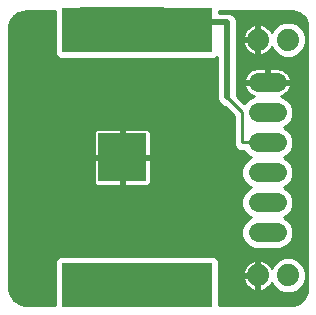
<source format=gbl>
G75*
G70*
%OFA0B0*%
%FSLAX24Y24*%
%IPPOS*%
%LPD*%
%AMOC8*
5,1,8,0,0,1.08239X$1,22.5*
%
%ADD10R,0.5000X0.1500*%
%ADD11C,0.0640*%
%ADD12C,0.0740*%
%ADD13R,0.2000X0.1000*%
%ADD14R,0.1600X0.1600*%
%ADD15C,0.0200*%
%ADD16C,0.0100*%
%ADD17C,0.1000*%
D10*
X005682Y002029D03*
X005682Y010529D03*
D11*
X009702Y008779D02*
X010342Y008779D01*
X010342Y007779D02*
X009702Y007779D01*
X009702Y006779D02*
X010342Y006779D01*
X010342Y005779D02*
X009702Y005779D01*
X009702Y004779D02*
X010342Y004779D01*
X010342Y003779D02*
X009702Y003779D01*
D12*
X009710Y002350D03*
X010710Y002350D03*
X010710Y010209D03*
X009710Y010209D03*
D13*
X005182Y010779D03*
X005182Y001779D03*
D14*
X005182Y006279D03*
D15*
X008682Y008279D02*
X008682Y010779D01*
X006482Y010779D01*
X005182Y010779D01*
D16*
X001476Y001681D02*
X001585Y001532D01*
X001734Y001423D01*
X001910Y001366D01*
X002002Y001359D01*
X002952Y001359D01*
X002952Y002874D01*
X003087Y003009D01*
X008277Y003009D01*
X008412Y002874D01*
X008412Y001359D01*
X010819Y001359D01*
X010902Y001366D01*
X011061Y001417D01*
X011196Y001515D01*
X011294Y001650D01*
X011346Y001809D01*
X011352Y001892D01*
X011352Y010563D01*
X011352Y010618D01*
X011352Y010658D01*
X011346Y010735D01*
X011299Y010881D01*
X011208Y011005D01*
X011084Y011096D01*
X010938Y011143D01*
X010861Y011149D01*
X008412Y011149D01*
X008412Y011109D01*
X008617Y011109D01*
X008748Y011109D01*
X008869Y011059D01*
X008962Y010966D01*
X009012Y010845D01*
X009012Y008345D01*
X009251Y008106D01*
X009391Y008245D01*
X009581Y008324D01*
X009522Y008344D01*
X009456Y008377D01*
X009396Y008421D01*
X009344Y008473D01*
X009300Y008533D01*
X009267Y008599D01*
X009244Y008669D01*
X009234Y008729D01*
X009972Y008729D01*
X009972Y008829D01*
X009234Y008829D01*
X009244Y008889D01*
X009267Y008959D01*
X009300Y009025D01*
X009344Y009085D01*
X009396Y009138D01*
X009456Y009181D01*
X009522Y009215D01*
X009592Y009237D01*
X009665Y009249D01*
X009972Y009249D01*
X009972Y008829D01*
X010072Y008829D01*
X010072Y009249D01*
X010379Y009249D01*
X010452Y009237D01*
X010523Y009215D01*
X010589Y009181D01*
X010648Y009138D01*
X010701Y009085D01*
X010744Y009025D01*
X010778Y008959D01*
X010801Y008889D01*
X010810Y008829D01*
X010072Y008829D01*
X010072Y008729D01*
X010810Y008729D01*
X010801Y008669D01*
X010778Y008599D01*
X010744Y008533D01*
X010701Y008473D01*
X010648Y008421D01*
X010589Y008377D01*
X010523Y008344D01*
X010463Y008324D01*
X010654Y008245D01*
X010808Y008091D01*
X010892Y007888D01*
X010892Y007670D01*
X010808Y007467D01*
X010654Y007313D01*
X010572Y007279D01*
X010654Y007245D01*
X010808Y007091D01*
X010892Y006888D01*
X010892Y006670D01*
X010808Y006467D01*
X010654Y006313D01*
X010572Y006279D01*
X010654Y006245D01*
X010808Y006091D01*
X010892Y005888D01*
X010892Y005670D01*
X010808Y005467D01*
X010654Y005313D01*
X010572Y005279D01*
X010654Y005245D01*
X010808Y005091D01*
X010892Y004888D01*
X010892Y004670D01*
X010808Y004467D01*
X010654Y004313D01*
X010572Y004279D01*
X010654Y004245D01*
X010808Y004091D01*
X010892Y003888D01*
X010892Y003670D01*
X010808Y003467D01*
X010654Y003313D01*
X010452Y003229D01*
X009593Y003229D01*
X009391Y003313D01*
X009236Y003467D01*
X009152Y003670D01*
X009152Y003888D01*
X009236Y004091D01*
X009391Y004245D01*
X009472Y004279D01*
X009391Y004313D01*
X009236Y004467D01*
X009152Y004670D01*
X009152Y004888D01*
X009236Y005091D01*
X009391Y005245D01*
X009472Y005279D01*
X009391Y005313D01*
X009236Y005467D01*
X009152Y005670D01*
X009152Y005888D01*
X009236Y006091D01*
X009391Y006245D01*
X009472Y006279D01*
X005232Y006279D01*
X005232Y006329D02*
X006132Y006329D01*
X006132Y007099D01*
X006122Y007137D01*
X006102Y007171D01*
X006074Y007199D01*
X006040Y007219D01*
X006002Y007229D01*
X005232Y007229D01*
X005232Y006329D01*
X005132Y006329D01*
X005132Y006229D01*
X004232Y006229D01*
X004232Y005459D01*
X004242Y005421D01*
X004262Y005387D01*
X004290Y005359D01*
X004324Y005339D01*
X004362Y005329D01*
X005132Y005329D01*
X005132Y006229D01*
X005232Y006229D01*
X005232Y005329D01*
X006002Y005329D01*
X006040Y005339D01*
X006074Y005359D01*
X006102Y005387D01*
X006122Y005421D01*
X006132Y005459D01*
X006132Y006229D01*
X005232Y006229D01*
X005232Y006329D01*
X005232Y006378D02*
X005132Y006378D01*
X005132Y006329D02*
X005132Y007229D01*
X004362Y007229D01*
X004324Y007219D01*
X004290Y007199D01*
X004262Y007171D01*
X004242Y007137D01*
X004232Y007099D01*
X004232Y006329D01*
X005132Y006329D01*
X005132Y006279D02*
X001412Y006279D01*
X001412Y006181D02*
X004232Y006181D01*
X004232Y006082D02*
X001412Y006082D01*
X001412Y005983D02*
X004232Y005983D01*
X004232Y005885D02*
X001412Y005885D01*
X001412Y005786D02*
X004232Y005786D01*
X004232Y005688D02*
X001412Y005688D01*
X001412Y005589D02*
X004232Y005589D01*
X004232Y005491D02*
X001412Y005491D01*
X001412Y005392D02*
X004259Y005392D01*
X005132Y005392D02*
X005232Y005392D01*
X005232Y005491D02*
X005132Y005491D01*
X005132Y005589D02*
X005232Y005589D01*
X005232Y005688D02*
X005132Y005688D01*
X005132Y005786D02*
X005232Y005786D01*
X005232Y005885D02*
X005132Y005885D01*
X005132Y005983D02*
X005232Y005983D01*
X005232Y006082D02*
X005132Y006082D01*
X005132Y006181D02*
X005232Y006181D01*
X005232Y006476D02*
X005132Y006476D01*
X005132Y006575D02*
X005232Y006575D01*
X005232Y006673D02*
X005132Y006673D01*
X005132Y006772D02*
X005232Y006772D01*
X005232Y006870D02*
X005132Y006870D01*
X005132Y006969D02*
X005232Y006969D01*
X005232Y007067D02*
X005132Y007067D01*
X005132Y007166D02*
X005232Y007166D01*
X006105Y007166D02*
X008902Y007166D01*
X008902Y007264D02*
X001412Y007264D01*
X001412Y007166D02*
X004259Y007166D01*
X004232Y007067D02*
X001412Y007067D01*
X001412Y006969D02*
X004232Y006969D01*
X004232Y006870D02*
X001412Y006870D01*
X001412Y006772D02*
X004232Y006772D01*
X004232Y006673D02*
X001412Y006673D01*
X001412Y006575D02*
X004232Y006575D01*
X004232Y006476D02*
X001412Y006476D01*
X001412Y006378D02*
X004232Y006378D01*
X006132Y006378D02*
X009326Y006378D01*
X009391Y006313D02*
X009236Y006467D01*
X009223Y006499D01*
X009126Y006499D01*
X009024Y006542D01*
X008945Y006620D01*
X008902Y006723D01*
X008902Y006835D01*
X008902Y007663D01*
X008616Y007949D01*
X008495Y007999D01*
X008402Y008092D01*
X008352Y008213D01*
X008352Y009624D01*
X008277Y009549D01*
X003087Y009549D01*
X002952Y009684D01*
X002952Y011149D01*
X002058Y011149D01*
X002031Y011149D01*
X001963Y011149D01*
X001877Y011142D01*
X001713Y011089D01*
X001574Y010988D01*
X001472Y010848D01*
X001419Y010684D01*
X001412Y010598D01*
X001412Y002044D01*
X001412Y002026D01*
X001412Y001949D01*
X001419Y001857D01*
X001476Y001681D01*
X001501Y001648D02*
X002952Y001648D01*
X002952Y001746D02*
X001455Y001746D01*
X001423Y001845D02*
X002952Y001845D01*
X002952Y001943D02*
X001413Y001943D01*
X001412Y002042D02*
X002952Y002042D01*
X002952Y002140D02*
X001412Y002140D01*
X001412Y002239D02*
X002952Y002239D01*
X002952Y002337D02*
X001412Y002337D01*
X001412Y002436D02*
X002952Y002436D01*
X002952Y002534D02*
X001412Y002534D01*
X001412Y002633D02*
X002952Y002633D01*
X002952Y002731D02*
X001412Y002731D01*
X001412Y002830D02*
X002952Y002830D01*
X003006Y002929D02*
X001412Y002929D01*
X001412Y003027D02*
X011352Y003027D01*
X011352Y002929D02*
X010880Y002929D01*
X010829Y002949D02*
X011050Y002858D01*
X011219Y002689D01*
X011310Y002469D01*
X011310Y002230D01*
X011219Y002010D01*
X011050Y001841D01*
X010829Y001750D01*
X010591Y001750D01*
X010370Y001841D01*
X010201Y002010D01*
X010165Y002097D01*
X010155Y002077D01*
X010107Y002011D01*
X010049Y001953D01*
X009983Y001905D01*
X009910Y001868D01*
X009832Y001842D01*
X009760Y001831D01*
X009760Y002299D01*
X009660Y002299D01*
X009660Y001831D01*
X009588Y001842D01*
X009511Y001868D01*
X009438Y001905D01*
X009371Y001953D01*
X009314Y002011D01*
X009265Y002077D01*
X009228Y002150D01*
X009203Y002228D01*
X009192Y002300D01*
X009660Y002300D01*
X009660Y002399D01*
X009192Y002399D01*
X009203Y002471D01*
X009228Y002549D01*
X009265Y002622D01*
X009314Y002688D01*
X009371Y002746D01*
X009438Y002794D01*
X009511Y002831D01*
X009588Y002857D01*
X009660Y002868D01*
X009660Y002400D01*
X009760Y002400D01*
X009760Y002868D01*
X009832Y002857D01*
X009910Y002831D01*
X009983Y002794D01*
X010049Y002746D01*
X010107Y002688D01*
X010155Y002622D01*
X010165Y002602D01*
X010201Y002689D01*
X010370Y002858D01*
X010591Y002949D01*
X010829Y002949D01*
X011078Y002830D02*
X011352Y002830D01*
X011352Y002731D02*
X011177Y002731D01*
X011242Y002633D02*
X011352Y002633D01*
X011352Y002534D02*
X011283Y002534D01*
X011310Y002436D02*
X011352Y002436D01*
X011352Y002337D02*
X011310Y002337D01*
X011310Y002239D02*
X011352Y002239D01*
X011352Y002140D02*
X011273Y002140D01*
X011232Y002042D02*
X011352Y002042D01*
X011352Y001943D02*
X011152Y001943D01*
X011054Y001845D02*
X011348Y001845D01*
X011325Y001746D02*
X008412Y001746D01*
X008412Y001648D02*
X011292Y001648D01*
X011221Y001549D02*
X008412Y001549D01*
X008412Y001450D02*
X011107Y001450D01*
X010367Y001845D02*
X009839Y001845D01*
X009760Y001845D02*
X009660Y001845D01*
X009581Y001845D02*
X008412Y001845D01*
X008412Y001943D02*
X009385Y001943D01*
X009291Y002042D02*
X008412Y002042D01*
X008412Y002140D02*
X009233Y002140D01*
X009201Y002239D02*
X008412Y002239D01*
X008412Y002337D02*
X009660Y002337D01*
X009660Y002239D02*
X009760Y002239D01*
X009760Y002140D02*
X009660Y002140D01*
X009660Y002042D02*
X009760Y002042D01*
X009760Y001943D02*
X009660Y001943D01*
X010036Y001943D02*
X010268Y001943D01*
X010188Y002042D02*
X010129Y002042D01*
X009760Y002436D02*
X009660Y002436D01*
X009660Y002534D02*
X009760Y002534D01*
X009760Y002633D02*
X009660Y002633D01*
X009660Y002731D02*
X009760Y002731D01*
X009760Y002830D02*
X009660Y002830D01*
X009508Y002830D02*
X008412Y002830D01*
X008412Y002731D02*
X009357Y002731D01*
X009273Y002633D02*
X008412Y002633D01*
X008412Y002534D02*
X009224Y002534D01*
X009197Y002436D02*
X008412Y002436D01*
X008358Y002929D02*
X010540Y002929D01*
X010342Y002830D02*
X009912Y002830D01*
X010064Y002731D02*
X010244Y002731D01*
X010178Y002633D02*
X010147Y002633D01*
X010664Y003323D02*
X011352Y003323D01*
X011352Y003421D02*
X010762Y003421D01*
X010830Y003520D02*
X011352Y003520D01*
X011352Y003618D02*
X010871Y003618D01*
X010892Y003717D02*
X011352Y003717D01*
X011352Y003815D02*
X010892Y003815D01*
X010882Y003914D02*
X011352Y003914D01*
X011352Y004013D02*
X010841Y004013D01*
X010788Y004111D02*
X011352Y004111D01*
X011352Y004210D02*
X010689Y004210D01*
X010643Y004308D02*
X011352Y004308D01*
X011352Y004407D02*
X010748Y004407D01*
X010824Y004505D02*
X011352Y004505D01*
X011352Y004604D02*
X010865Y004604D01*
X010892Y004702D02*
X011352Y004702D01*
X011352Y004801D02*
X010892Y004801D01*
X010888Y004899D02*
X011352Y004899D01*
X011352Y004998D02*
X010847Y004998D01*
X010802Y005097D02*
X011352Y005097D01*
X011352Y005195D02*
X010704Y005195D01*
X010607Y005294D02*
X011352Y005294D01*
X011352Y005392D02*
X010733Y005392D01*
X010818Y005491D02*
X011352Y005491D01*
X011352Y005589D02*
X010859Y005589D01*
X010892Y005688D02*
X011352Y005688D01*
X011352Y005786D02*
X010892Y005786D01*
X010892Y005885D02*
X011352Y005885D01*
X011352Y005983D02*
X010853Y005983D01*
X010812Y006082D02*
X011352Y006082D01*
X011352Y006181D02*
X010719Y006181D01*
X010572Y006279D02*
X011352Y006279D01*
X011352Y006378D02*
X010719Y006378D01*
X010812Y006476D02*
X011352Y006476D01*
X011352Y006575D02*
X010853Y006575D01*
X010892Y006673D02*
X011352Y006673D01*
X011352Y006772D02*
X010892Y006772D01*
X010892Y006870D02*
X011352Y006870D01*
X011352Y006969D02*
X010859Y006969D01*
X010818Y007067D02*
X011352Y007067D01*
X011352Y007166D02*
X010733Y007166D01*
X010607Y007264D02*
X011352Y007264D01*
X011352Y007363D02*
X010704Y007363D01*
X010803Y007462D02*
X011352Y007462D01*
X011352Y007560D02*
X010847Y007560D01*
X010888Y007659D02*
X011352Y007659D01*
X011352Y007757D02*
X010892Y007757D01*
X010892Y007856D02*
X011352Y007856D01*
X011352Y007954D02*
X010865Y007954D01*
X010824Y008053D02*
X011352Y008053D01*
X011352Y008151D02*
X010748Y008151D01*
X010643Y008250D02*
X011352Y008250D01*
X011352Y008348D02*
X010532Y008348D01*
X010675Y008447D02*
X011352Y008447D01*
X011352Y008546D02*
X010751Y008546D01*
X010792Y008644D02*
X011352Y008644D01*
X011352Y008743D02*
X010072Y008743D01*
X010072Y008841D02*
X009972Y008841D01*
X009972Y008743D02*
X009012Y008743D01*
X009012Y008841D02*
X009236Y008841D01*
X009260Y008940D02*
X009012Y008940D01*
X009012Y009038D02*
X009310Y009038D01*
X009395Y009137D02*
X009012Y009137D01*
X009012Y009235D02*
X009586Y009235D01*
X009972Y009235D02*
X010072Y009235D01*
X010072Y009137D02*
X009972Y009137D01*
X009972Y009038D02*
X010072Y009038D01*
X010072Y008940D02*
X009972Y008940D01*
X010459Y009235D02*
X011352Y009235D01*
X011352Y009137D02*
X010649Y009137D01*
X010735Y009038D02*
X011352Y009038D01*
X011352Y008940D02*
X010784Y008940D01*
X010808Y008841D02*
X011352Y008841D01*
X011352Y009334D02*
X009012Y009334D01*
X009012Y009432D02*
X011352Y009432D01*
X011352Y009531D02*
X009012Y009531D01*
X009012Y009630D02*
X010540Y009630D01*
X010591Y009609D02*
X010829Y009609D01*
X011050Y009700D01*
X011219Y009869D01*
X011310Y010089D01*
X011310Y010328D01*
X011219Y010548D01*
X011050Y010717D01*
X010829Y010809D01*
X010591Y010809D01*
X010370Y010717D01*
X010201Y010548D01*
X010165Y010461D01*
X010155Y010481D01*
X010107Y010547D01*
X010049Y010605D01*
X009983Y010653D01*
X009910Y010690D01*
X009832Y010716D01*
X009760Y010727D01*
X009760Y010259D01*
X009660Y010259D01*
X009660Y010727D01*
X009588Y010716D01*
X009511Y010690D01*
X009438Y010653D01*
X009371Y010605D01*
X009314Y010547D01*
X009265Y010481D01*
X009228Y010408D01*
X009203Y010330D01*
X009192Y010259D01*
X009660Y010259D01*
X009660Y010159D01*
X009192Y010159D01*
X009203Y010087D01*
X009228Y010009D01*
X009265Y009936D01*
X009314Y009870D01*
X009371Y009812D01*
X009438Y009764D01*
X009511Y009727D01*
X009588Y009701D01*
X009660Y009690D01*
X009660Y010158D01*
X009760Y010158D01*
X009760Y009690D01*
X009832Y009701D01*
X009910Y009727D01*
X009983Y009764D01*
X010049Y009812D01*
X010107Y009870D01*
X010155Y009936D01*
X010165Y009956D01*
X010201Y009869D01*
X010370Y009700D01*
X010591Y009609D01*
X010342Y009728D02*
X009912Y009728D01*
X009760Y009728D02*
X009660Y009728D01*
X009660Y009827D02*
X009760Y009827D01*
X009760Y009925D02*
X009660Y009925D01*
X009660Y010024D02*
X009760Y010024D01*
X009760Y010122D02*
X009660Y010122D01*
X009660Y010221D02*
X009012Y010221D01*
X009012Y010319D02*
X009201Y010319D01*
X009233Y010418D02*
X009012Y010418D01*
X009012Y010516D02*
X009291Y010516D01*
X009385Y010615D02*
X009012Y010615D01*
X009012Y010714D02*
X009581Y010714D01*
X009660Y010714D02*
X009760Y010714D01*
X009839Y010714D02*
X010367Y010714D01*
X010268Y010615D02*
X010035Y010615D01*
X010129Y010516D02*
X010188Y010516D01*
X009760Y010516D02*
X009660Y010516D01*
X009660Y010418D02*
X009760Y010418D01*
X009760Y010319D02*
X009660Y010319D01*
X009660Y010615D02*
X009760Y010615D01*
X009197Y010122D02*
X009012Y010122D01*
X009012Y010024D02*
X009223Y010024D01*
X009273Y009925D02*
X009012Y009925D01*
X009012Y009827D02*
X009357Y009827D01*
X009508Y009728D02*
X009012Y009728D01*
X008352Y009531D02*
X001412Y009531D01*
X001412Y009432D02*
X008352Y009432D01*
X008352Y009334D02*
X001412Y009334D01*
X001412Y009235D02*
X008352Y009235D01*
X008352Y009137D02*
X001412Y009137D01*
X001412Y009038D02*
X008352Y009038D01*
X008352Y008940D02*
X001412Y008940D01*
X001412Y008841D02*
X008352Y008841D01*
X008352Y008743D02*
X001412Y008743D01*
X001412Y008644D02*
X008352Y008644D01*
X008352Y008546D02*
X001412Y008546D01*
X001412Y008447D02*
X008352Y008447D01*
X008352Y008348D02*
X001412Y008348D01*
X001412Y008250D02*
X008352Y008250D01*
X008378Y008151D02*
X001412Y008151D01*
X001412Y008053D02*
X008442Y008053D01*
X008604Y007954D02*
X001412Y007954D01*
X001412Y007856D02*
X008710Y007856D01*
X008808Y007757D02*
X001412Y007757D01*
X001412Y007659D02*
X008902Y007659D01*
X008902Y007560D02*
X001412Y007560D01*
X001412Y007462D02*
X008902Y007462D01*
X008902Y007363D02*
X001412Y007363D01*
X001412Y005294D02*
X009437Y005294D01*
X009340Y005195D02*
X001412Y005195D01*
X001412Y005097D02*
X009242Y005097D01*
X009198Y004998D02*
X001412Y004998D01*
X001412Y004899D02*
X009157Y004899D01*
X009152Y004801D02*
X001412Y004801D01*
X001412Y004702D02*
X009152Y004702D01*
X009179Y004604D02*
X001412Y004604D01*
X001412Y004505D02*
X009220Y004505D01*
X009297Y004407D02*
X001412Y004407D01*
X001412Y004308D02*
X009402Y004308D01*
X009355Y004210D02*
X001412Y004210D01*
X001412Y004111D02*
X009256Y004111D01*
X009204Y004013D02*
X001412Y004013D01*
X001412Y003914D02*
X009163Y003914D01*
X009152Y003815D02*
X001412Y003815D01*
X001412Y003717D02*
X009152Y003717D01*
X009173Y003618D02*
X001412Y003618D01*
X001412Y003520D02*
X009214Y003520D01*
X009282Y003421D02*
X001412Y003421D01*
X001412Y003323D02*
X009381Y003323D01*
X011352Y003224D02*
X001412Y003224D01*
X001412Y003126D02*
X011352Y003126D01*
X009311Y005392D02*
X006105Y005392D01*
X006132Y005491D02*
X009226Y005491D01*
X009185Y005589D02*
X006132Y005589D01*
X006132Y005688D02*
X009152Y005688D01*
X009152Y005786D02*
X006132Y005786D01*
X006132Y005885D02*
X009152Y005885D01*
X009192Y005983D02*
X006132Y005983D01*
X006132Y006082D02*
X009232Y006082D01*
X009326Y006181D02*
X006132Y006181D01*
X006132Y006476D02*
X009232Y006476D01*
X009391Y006313D02*
X009472Y006279D01*
X008991Y006575D02*
X006132Y006575D01*
X006132Y006673D02*
X008923Y006673D01*
X008902Y006772D02*
X006132Y006772D01*
X006132Y006870D02*
X008902Y006870D01*
X008902Y006969D02*
X006132Y006969D01*
X006132Y007067D02*
X008902Y007067D01*
X009182Y006779D02*
X010022Y006779D01*
X009182Y006779D02*
X009182Y007779D01*
X008682Y008279D01*
X009012Y008348D02*
X009512Y008348D01*
X009402Y008250D02*
X009107Y008250D01*
X009206Y008151D02*
X009297Y008151D01*
X009370Y008447D02*
X009012Y008447D01*
X009012Y008546D02*
X009294Y008546D01*
X009252Y008644D02*
X009012Y008644D01*
X010064Y009827D02*
X010244Y009827D01*
X010178Y009925D02*
X010147Y009925D01*
X010880Y009630D02*
X011352Y009630D01*
X011352Y009728D02*
X011078Y009728D01*
X011177Y009827D02*
X011352Y009827D01*
X011352Y009925D02*
X011242Y009925D01*
X011283Y010024D02*
X011352Y010024D01*
X011352Y010122D02*
X011310Y010122D01*
X011310Y010221D02*
X011352Y010221D01*
X011352Y010319D02*
X011310Y010319D01*
X011273Y010418D02*
X011352Y010418D01*
X011352Y010516D02*
X011232Y010516D01*
X011152Y010615D02*
X011352Y010615D01*
X011348Y010714D02*
X011054Y010714D01*
X011321Y010812D02*
X009012Y010812D01*
X008985Y010911D02*
X011277Y010911D01*
X011203Y011009D02*
X008919Y011009D01*
X008751Y011108D02*
X011047Y011108D01*
X003006Y009630D02*
X001412Y009630D01*
X001412Y009728D02*
X002952Y009728D01*
X002952Y009827D02*
X001412Y009827D01*
X001412Y009925D02*
X002952Y009925D01*
X002952Y010024D02*
X001412Y010024D01*
X001412Y010122D02*
X002952Y010122D01*
X002952Y010221D02*
X001412Y010221D01*
X001412Y010319D02*
X002952Y010319D01*
X002952Y010418D02*
X001412Y010418D01*
X001412Y010516D02*
X002952Y010516D01*
X002952Y010615D02*
X001413Y010615D01*
X001428Y010714D02*
X002952Y010714D01*
X002952Y010812D02*
X001460Y010812D01*
X001518Y010911D02*
X002952Y010911D01*
X002952Y011009D02*
X001603Y011009D01*
X001771Y011108D02*
X002952Y011108D01*
X002952Y001549D02*
X001573Y001549D01*
X001697Y001450D02*
X002952Y001450D01*
D17*
X003882Y010779D02*
X006482Y010779D01*
M02*

</source>
